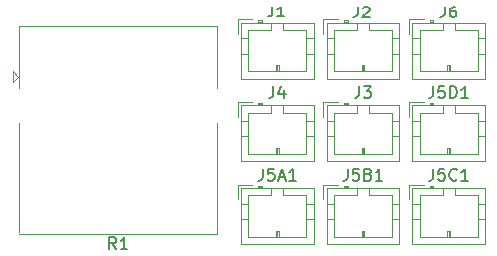
<source format=gbr>
%TF.GenerationSoftware,KiCad,Pcbnew,(6.0.6)*%
%TF.CreationDate,2022-06-26T22:04:57-07:00*%
%TF.ProjectId,KnightPCB,4b6e6967-6874-4504-9342-2e6b69636164,rev?*%
%TF.SameCoordinates,Original*%
%TF.FileFunction,Legend,Top*%
%TF.FilePolarity,Positive*%
%FSLAX46Y46*%
G04 Gerber Fmt 4.6, Leading zero omitted, Abs format (unit mm)*
G04 Created by KiCad (PCBNEW (6.0.6)) date 2022-06-26 22:04:57*
%MOMM*%
%LPD*%
G01*
G04 APERTURE LIST*
%ADD10C,0.150000*%
%ADD11C,0.120000*%
G04 APERTURE END LIST*
D10*
%TO.C,J4*%
X77066666Y-40702380D02*
X77066666Y-41416666D01*
X77019047Y-41559523D01*
X76923809Y-41654761D01*
X76780952Y-41702380D01*
X76685714Y-41702380D01*
X77971428Y-41035714D02*
X77971428Y-41702380D01*
X77733333Y-40654761D02*
X77495238Y-41369047D01*
X78114285Y-41369047D01*
%TO.C,J2*%
X84216666Y-34011904D02*
X84216666Y-34583333D01*
X84169047Y-34697619D01*
X84073809Y-34773809D01*
X83930952Y-34811904D01*
X83835714Y-34811904D01*
X84645238Y-34088095D02*
X84692857Y-34050000D01*
X84788095Y-34011904D01*
X85026190Y-34011904D01*
X85121428Y-34050000D01*
X85169047Y-34088095D01*
X85216666Y-34164285D01*
X85216666Y-34240476D01*
X85169047Y-34354761D01*
X84597619Y-34811904D01*
X85216666Y-34811904D01*
%TO.C,R1*%
X63758333Y-54492380D02*
X63425000Y-54016190D01*
X63186904Y-54492380D02*
X63186904Y-53492380D01*
X63567857Y-53492380D01*
X63663095Y-53540000D01*
X63710714Y-53587619D01*
X63758333Y-53682857D01*
X63758333Y-53825714D01*
X63710714Y-53920952D01*
X63663095Y-53968571D01*
X63567857Y-54016190D01*
X63186904Y-54016190D01*
X64710714Y-54492380D02*
X64139285Y-54492380D01*
X64425000Y-54492380D02*
X64425000Y-53492380D01*
X64329761Y-53635238D01*
X64234523Y-53730476D01*
X64139285Y-53778095D01*
%TO.C,J1*%
X76966666Y-33961904D02*
X76966666Y-34533333D01*
X76919047Y-34647619D01*
X76823809Y-34723809D01*
X76680952Y-34761904D01*
X76585714Y-34761904D01*
X77966666Y-34761904D02*
X77395238Y-34761904D01*
X77680952Y-34761904D02*
X77680952Y-33961904D01*
X77585714Y-34076190D01*
X77490476Y-34152380D01*
X77395238Y-34190476D01*
%TO.C,J6*%
X91566666Y-34011904D02*
X91566666Y-34583333D01*
X91519047Y-34697619D01*
X91423809Y-34773809D01*
X91280952Y-34811904D01*
X91185714Y-34811904D01*
X92471428Y-34011904D02*
X92280952Y-34011904D01*
X92185714Y-34050000D01*
X92138095Y-34088095D01*
X92042857Y-34202380D01*
X91995238Y-34354761D01*
X91995238Y-34659523D01*
X92042857Y-34735714D01*
X92090476Y-34773809D01*
X92185714Y-34811904D01*
X92376190Y-34811904D01*
X92471428Y-34773809D01*
X92519047Y-34735714D01*
X92566666Y-34659523D01*
X92566666Y-34469047D01*
X92519047Y-34392857D01*
X92471428Y-34354761D01*
X92376190Y-34316666D01*
X92185714Y-34316666D01*
X92090476Y-34354761D01*
X92042857Y-34392857D01*
X91995238Y-34469047D01*
%TO.C,J5D1*%
X90590476Y-40702380D02*
X90590476Y-41416666D01*
X90542857Y-41559523D01*
X90447619Y-41654761D01*
X90304761Y-41702380D01*
X90209523Y-41702380D01*
X91542857Y-40702380D02*
X91066666Y-40702380D01*
X91019047Y-41178571D01*
X91066666Y-41130952D01*
X91161904Y-41083333D01*
X91400000Y-41083333D01*
X91495238Y-41130952D01*
X91542857Y-41178571D01*
X91590476Y-41273809D01*
X91590476Y-41511904D01*
X91542857Y-41607142D01*
X91495238Y-41654761D01*
X91400000Y-41702380D01*
X91161904Y-41702380D01*
X91066666Y-41654761D01*
X91019047Y-41607142D01*
X92019047Y-41702380D02*
X92019047Y-40702380D01*
X92257142Y-40702380D01*
X92400000Y-40750000D01*
X92495238Y-40845238D01*
X92542857Y-40940476D01*
X92590476Y-41130952D01*
X92590476Y-41273809D01*
X92542857Y-41464285D01*
X92495238Y-41559523D01*
X92400000Y-41654761D01*
X92257142Y-41702380D01*
X92019047Y-41702380D01*
X93542857Y-41702380D02*
X92971428Y-41702380D01*
X93257142Y-41702380D02*
X93257142Y-40702380D01*
X93161904Y-40845238D01*
X93066666Y-40940476D01*
X92971428Y-40988095D01*
%TO.C,J5C1*%
X90590476Y-47702380D02*
X90590476Y-48416666D01*
X90542857Y-48559523D01*
X90447619Y-48654761D01*
X90304761Y-48702380D01*
X90209523Y-48702380D01*
X91542857Y-47702380D02*
X91066666Y-47702380D01*
X91019047Y-48178571D01*
X91066666Y-48130952D01*
X91161904Y-48083333D01*
X91400000Y-48083333D01*
X91495238Y-48130952D01*
X91542857Y-48178571D01*
X91590476Y-48273809D01*
X91590476Y-48511904D01*
X91542857Y-48607142D01*
X91495238Y-48654761D01*
X91400000Y-48702380D01*
X91161904Y-48702380D01*
X91066666Y-48654761D01*
X91019047Y-48607142D01*
X92590476Y-48607142D02*
X92542857Y-48654761D01*
X92400000Y-48702380D01*
X92304761Y-48702380D01*
X92161904Y-48654761D01*
X92066666Y-48559523D01*
X92019047Y-48464285D01*
X91971428Y-48273809D01*
X91971428Y-48130952D01*
X92019047Y-47940476D01*
X92066666Y-47845238D01*
X92161904Y-47750000D01*
X92304761Y-47702380D01*
X92400000Y-47702380D01*
X92542857Y-47750000D01*
X92590476Y-47797619D01*
X93542857Y-48702380D02*
X92971428Y-48702380D01*
X93257142Y-48702380D02*
X93257142Y-47702380D01*
X93161904Y-47845238D01*
X93066666Y-47940476D01*
X92971428Y-47988095D01*
%TO.C,J5B1*%
X83340476Y-47702380D02*
X83340476Y-48416666D01*
X83292857Y-48559523D01*
X83197619Y-48654761D01*
X83054761Y-48702380D01*
X82959523Y-48702380D01*
X84292857Y-47702380D02*
X83816666Y-47702380D01*
X83769047Y-48178571D01*
X83816666Y-48130952D01*
X83911904Y-48083333D01*
X84150000Y-48083333D01*
X84245238Y-48130952D01*
X84292857Y-48178571D01*
X84340476Y-48273809D01*
X84340476Y-48511904D01*
X84292857Y-48607142D01*
X84245238Y-48654761D01*
X84150000Y-48702380D01*
X83911904Y-48702380D01*
X83816666Y-48654761D01*
X83769047Y-48607142D01*
X85102380Y-48178571D02*
X85245238Y-48226190D01*
X85292857Y-48273809D01*
X85340476Y-48369047D01*
X85340476Y-48511904D01*
X85292857Y-48607142D01*
X85245238Y-48654761D01*
X85150000Y-48702380D01*
X84769047Y-48702380D01*
X84769047Y-47702380D01*
X85102380Y-47702380D01*
X85197619Y-47750000D01*
X85245238Y-47797619D01*
X85292857Y-47892857D01*
X85292857Y-47988095D01*
X85245238Y-48083333D01*
X85197619Y-48130952D01*
X85102380Y-48178571D01*
X84769047Y-48178571D01*
X86292857Y-48702380D02*
X85721428Y-48702380D01*
X86007142Y-48702380D02*
X86007142Y-47702380D01*
X85911904Y-47845238D01*
X85816666Y-47940476D01*
X85721428Y-47988095D01*
%TO.C,J5A1*%
X76161904Y-47702380D02*
X76161904Y-48416666D01*
X76114285Y-48559523D01*
X76019047Y-48654761D01*
X75876190Y-48702380D01*
X75780952Y-48702380D01*
X77114285Y-47702380D02*
X76638095Y-47702380D01*
X76590476Y-48178571D01*
X76638095Y-48130952D01*
X76733333Y-48083333D01*
X76971428Y-48083333D01*
X77066666Y-48130952D01*
X77114285Y-48178571D01*
X77161904Y-48273809D01*
X77161904Y-48511904D01*
X77114285Y-48607142D01*
X77066666Y-48654761D01*
X76971428Y-48702380D01*
X76733333Y-48702380D01*
X76638095Y-48654761D01*
X76590476Y-48607142D01*
X77542857Y-48416666D02*
X78019047Y-48416666D01*
X77447619Y-48702380D02*
X77780952Y-47702380D01*
X78114285Y-48702380D01*
X78971428Y-48702380D02*
X78400000Y-48702380D01*
X78685714Y-48702380D02*
X78685714Y-47702380D01*
X78590476Y-47845238D01*
X78495238Y-47940476D01*
X78400000Y-47988095D01*
%TO.C,J3*%
X84316666Y-40702380D02*
X84316666Y-41416666D01*
X84269047Y-41559523D01*
X84173809Y-41654761D01*
X84030952Y-41702380D01*
X83935714Y-41702380D01*
X84697619Y-40702380D02*
X85316666Y-40702380D01*
X84983333Y-41083333D01*
X85126190Y-41083333D01*
X85221428Y-41130952D01*
X85269047Y-41178571D01*
X85316666Y-41273809D01*
X85316666Y-41511904D01*
X85269047Y-41607142D01*
X85221428Y-41654761D01*
X85126190Y-41702380D01*
X84840476Y-41702380D01*
X84745238Y-41654761D01*
X84697619Y-41607142D01*
D11*
%TO.C,J4*%
X77300000Y-46450000D02*
X77300000Y-45950000D01*
X76100000Y-42140000D02*
X75800000Y-42140000D01*
X80460000Y-43650000D02*
X79850000Y-43650000D01*
X74340000Y-47060000D02*
X80460000Y-47060000D01*
X75290000Y-42040000D02*
X74040000Y-42040000D01*
X74040000Y-42040000D02*
X74040000Y-43290000D01*
X77900000Y-42950000D02*
X77900000Y-42340000D01*
X76100000Y-42240000D02*
X75800000Y-42240000D01*
X80460000Y-47060000D02*
X80460000Y-42340000D01*
X77300000Y-45950000D02*
X77500000Y-45950000D01*
X77400000Y-46450000D02*
X77400000Y-45950000D01*
X74340000Y-43650000D02*
X74950000Y-43650000D01*
X79850000Y-42950000D02*
X77900000Y-42950000D01*
X80460000Y-44950000D02*
X79850000Y-44950000D01*
X76900000Y-42950000D02*
X74950000Y-42950000D01*
X80460000Y-42340000D02*
X74340000Y-42340000D01*
X74340000Y-42340000D02*
X74340000Y-47060000D01*
X76100000Y-42340000D02*
X76100000Y-42140000D01*
X74950000Y-42950000D02*
X74950000Y-46450000D01*
X76900000Y-42340000D02*
X76900000Y-42950000D01*
X77500000Y-45950000D02*
X77500000Y-46450000D01*
X74340000Y-44950000D02*
X74950000Y-44950000D01*
X79850000Y-46450000D02*
X79850000Y-42950000D01*
X74950000Y-46450000D02*
X79850000Y-46450000D01*
X75800000Y-42140000D02*
X75800000Y-42340000D01*
%TO.C,J2*%
X83050000Y-35140000D02*
X83050000Y-35340000D01*
X82200000Y-39450000D02*
X87100000Y-39450000D01*
X87100000Y-39450000D02*
X87100000Y-35950000D01*
X81590000Y-37950000D02*
X82200000Y-37950000D01*
X84750000Y-38950000D02*
X84750000Y-39450000D01*
X84150000Y-35340000D02*
X84150000Y-35950000D01*
X82200000Y-35950000D02*
X82200000Y-39450000D01*
X83350000Y-35340000D02*
X83350000Y-35140000D01*
X81590000Y-35340000D02*
X81590000Y-40060000D01*
X87710000Y-35340000D02*
X81590000Y-35340000D01*
X84150000Y-35950000D02*
X82200000Y-35950000D01*
X87710000Y-37950000D02*
X87100000Y-37950000D01*
X87100000Y-35950000D02*
X85150000Y-35950000D01*
X81590000Y-36650000D02*
X82200000Y-36650000D01*
X84650000Y-39450000D02*
X84650000Y-38950000D01*
X84550000Y-38950000D02*
X84750000Y-38950000D01*
X87710000Y-40060000D02*
X87710000Y-35340000D01*
X83350000Y-35240000D02*
X83050000Y-35240000D01*
X85150000Y-35950000D02*
X85150000Y-35340000D01*
X81290000Y-35040000D02*
X81290000Y-36290000D01*
X82540000Y-35040000D02*
X81290000Y-35040000D01*
X81590000Y-40060000D02*
X87710000Y-40060000D01*
X87710000Y-36650000D02*
X87100000Y-36650000D01*
X83350000Y-35140000D02*
X83050000Y-35140000D01*
X84550000Y-39450000D02*
X84550000Y-38950000D01*
%TO.C,R1*%
X55530000Y-53190000D02*
X72330000Y-53190000D01*
X55480000Y-39890000D02*
X54980000Y-39390000D01*
X55530000Y-35590000D02*
X72330000Y-35590000D01*
X54980000Y-39390000D02*
X54980000Y-40390000D01*
X72330000Y-35590000D02*
X72330000Y-40890000D01*
X55530000Y-53090000D02*
X55530000Y-43790000D01*
X54980000Y-40390000D02*
X55480000Y-39890000D01*
X72330000Y-53190000D02*
X72330000Y-43790000D01*
X55530000Y-35590000D02*
X55530000Y-40890000D01*
%TO.C,J1*%
X77300000Y-39450000D02*
X77300000Y-38950000D01*
X76100000Y-35140000D02*
X75800000Y-35140000D01*
X80460000Y-36650000D02*
X79850000Y-36650000D01*
X74340000Y-40060000D02*
X80460000Y-40060000D01*
X75290000Y-35040000D02*
X74040000Y-35040000D01*
X74040000Y-35040000D02*
X74040000Y-36290000D01*
X77900000Y-35950000D02*
X77900000Y-35340000D01*
X76100000Y-35240000D02*
X75800000Y-35240000D01*
X80460000Y-40060000D02*
X80460000Y-35340000D01*
X77300000Y-38950000D02*
X77500000Y-38950000D01*
X77400000Y-39450000D02*
X77400000Y-38950000D01*
X74340000Y-36650000D02*
X74950000Y-36650000D01*
X79850000Y-35950000D02*
X77900000Y-35950000D01*
X80460000Y-37950000D02*
X79850000Y-37950000D01*
X76900000Y-35950000D02*
X74950000Y-35950000D01*
X80460000Y-35340000D02*
X74340000Y-35340000D01*
X74340000Y-35340000D02*
X74340000Y-40060000D01*
X76100000Y-35340000D02*
X76100000Y-35140000D01*
X74950000Y-35950000D02*
X74950000Y-39450000D01*
X76900000Y-35340000D02*
X76900000Y-35950000D01*
X77500000Y-38950000D02*
X77500000Y-39450000D01*
X74340000Y-37950000D02*
X74950000Y-37950000D01*
X79850000Y-39450000D02*
X79850000Y-35950000D01*
X74950000Y-39450000D02*
X79850000Y-39450000D01*
X75800000Y-35140000D02*
X75800000Y-35340000D01*
%TO.C,J6*%
X90300000Y-35140000D02*
X90300000Y-35340000D01*
X89450000Y-39450000D02*
X94350000Y-39450000D01*
X94350000Y-39450000D02*
X94350000Y-35950000D01*
X88840000Y-37950000D02*
X89450000Y-37950000D01*
X92000000Y-38950000D02*
X92000000Y-39450000D01*
X91400000Y-35340000D02*
X91400000Y-35950000D01*
X89450000Y-35950000D02*
X89450000Y-39450000D01*
X90600000Y-35340000D02*
X90600000Y-35140000D01*
X88840000Y-35340000D02*
X88840000Y-40060000D01*
X94960000Y-35340000D02*
X88840000Y-35340000D01*
X91400000Y-35950000D02*
X89450000Y-35950000D01*
X94960000Y-37950000D02*
X94350000Y-37950000D01*
X94350000Y-35950000D02*
X92400000Y-35950000D01*
X88840000Y-36650000D02*
X89450000Y-36650000D01*
X91900000Y-39450000D02*
X91900000Y-38950000D01*
X91800000Y-38950000D02*
X92000000Y-38950000D01*
X94960000Y-40060000D02*
X94960000Y-35340000D01*
X90600000Y-35240000D02*
X90300000Y-35240000D01*
X92400000Y-35950000D02*
X92400000Y-35340000D01*
X88540000Y-35040000D02*
X88540000Y-36290000D01*
X89790000Y-35040000D02*
X88540000Y-35040000D01*
X88840000Y-40060000D02*
X94960000Y-40060000D01*
X94960000Y-36650000D02*
X94350000Y-36650000D01*
X90600000Y-35140000D02*
X90300000Y-35140000D01*
X91800000Y-39450000D02*
X91800000Y-38950000D01*
%TO.C,J5D1*%
X90300000Y-42140000D02*
X90300000Y-42340000D01*
X89450000Y-46450000D02*
X94350000Y-46450000D01*
X94350000Y-46450000D02*
X94350000Y-42950000D01*
X88840000Y-44950000D02*
X89450000Y-44950000D01*
X92000000Y-45950000D02*
X92000000Y-46450000D01*
X91400000Y-42340000D02*
X91400000Y-42950000D01*
X89450000Y-42950000D02*
X89450000Y-46450000D01*
X90600000Y-42340000D02*
X90600000Y-42140000D01*
X88840000Y-42340000D02*
X88840000Y-47060000D01*
X94960000Y-42340000D02*
X88840000Y-42340000D01*
X91400000Y-42950000D02*
X89450000Y-42950000D01*
X94960000Y-44950000D02*
X94350000Y-44950000D01*
X94350000Y-42950000D02*
X92400000Y-42950000D01*
X88840000Y-43650000D02*
X89450000Y-43650000D01*
X91900000Y-46450000D02*
X91900000Y-45950000D01*
X91800000Y-45950000D02*
X92000000Y-45950000D01*
X94960000Y-47060000D02*
X94960000Y-42340000D01*
X90600000Y-42240000D02*
X90300000Y-42240000D01*
X92400000Y-42950000D02*
X92400000Y-42340000D01*
X88540000Y-42040000D02*
X88540000Y-43290000D01*
X89790000Y-42040000D02*
X88540000Y-42040000D01*
X88840000Y-47060000D02*
X94960000Y-47060000D01*
X94960000Y-43650000D02*
X94350000Y-43650000D01*
X90600000Y-42140000D02*
X90300000Y-42140000D01*
X91800000Y-46450000D02*
X91800000Y-45950000D01*
%TO.C,J5C1*%
X90300000Y-49140000D02*
X90300000Y-49340000D01*
X89450000Y-53450000D02*
X94350000Y-53450000D01*
X94350000Y-53450000D02*
X94350000Y-49950000D01*
X88840000Y-51950000D02*
X89450000Y-51950000D01*
X92000000Y-52950000D02*
X92000000Y-53450000D01*
X91400000Y-49340000D02*
X91400000Y-49950000D01*
X89450000Y-49950000D02*
X89450000Y-53450000D01*
X90600000Y-49340000D02*
X90600000Y-49140000D01*
X88840000Y-49340000D02*
X88840000Y-54060000D01*
X94960000Y-49340000D02*
X88840000Y-49340000D01*
X91400000Y-49950000D02*
X89450000Y-49950000D01*
X94960000Y-51950000D02*
X94350000Y-51950000D01*
X94350000Y-49950000D02*
X92400000Y-49950000D01*
X88840000Y-50650000D02*
X89450000Y-50650000D01*
X91900000Y-53450000D02*
X91900000Y-52950000D01*
X91800000Y-52950000D02*
X92000000Y-52950000D01*
X94960000Y-54060000D02*
X94960000Y-49340000D01*
X90600000Y-49240000D02*
X90300000Y-49240000D01*
X92400000Y-49950000D02*
X92400000Y-49340000D01*
X88540000Y-49040000D02*
X88540000Y-50290000D01*
X89790000Y-49040000D02*
X88540000Y-49040000D01*
X88840000Y-54060000D02*
X94960000Y-54060000D01*
X94960000Y-50650000D02*
X94350000Y-50650000D01*
X90600000Y-49140000D02*
X90300000Y-49140000D01*
X91800000Y-53450000D02*
X91800000Y-52950000D01*
%TO.C,J5B1*%
X83050000Y-49140000D02*
X83050000Y-49340000D01*
X82200000Y-53450000D02*
X87100000Y-53450000D01*
X87100000Y-53450000D02*
X87100000Y-49950000D01*
X81590000Y-51950000D02*
X82200000Y-51950000D01*
X84750000Y-52950000D02*
X84750000Y-53450000D01*
X84150000Y-49340000D02*
X84150000Y-49950000D01*
X82200000Y-49950000D02*
X82200000Y-53450000D01*
X83350000Y-49340000D02*
X83350000Y-49140000D01*
X81590000Y-49340000D02*
X81590000Y-54060000D01*
X87710000Y-49340000D02*
X81590000Y-49340000D01*
X84150000Y-49950000D02*
X82200000Y-49950000D01*
X87710000Y-51950000D02*
X87100000Y-51950000D01*
X87100000Y-49950000D02*
X85150000Y-49950000D01*
X81590000Y-50650000D02*
X82200000Y-50650000D01*
X84650000Y-53450000D02*
X84650000Y-52950000D01*
X84550000Y-52950000D02*
X84750000Y-52950000D01*
X87710000Y-54060000D02*
X87710000Y-49340000D01*
X83350000Y-49240000D02*
X83050000Y-49240000D01*
X85150000Y-49950000D02*
X85150000Y-49340000D01*
X81290000Y-49040000D02*
X81290000Y-50290000D01*
X82540000Y-49040000D02*
X81290000Y-49040000D01*
X81590000Y-54060000D02*
X87710000Y-54060000D01*
X87710000Y-50650000D02*
X87100000Y-50650000D01*
X83350000Y-49140000D02*
X83050000Y-49140000D01*
X84550000Y-53450000D02*
X84550000Y-52950000D01*
%TO.C,J5A1*%
X77300000Y-53450000D02*
X77300000Y-52950000D01*
X76100000Y-49140000D02*
X75800000Y-49140000D01*
X80460000Y-50650000D02*
X79850000Y-50650000D01*
X74340000Y-54060000D02*
X80460000Y-54060000D01*
X75290000Y-49040000D02*
X74040000Y-49040000D01*
X74040000Y-49040000D02*
X74040000Y-50290000D01*
X77900000Y-49950000D02*
X77900000Y-49340000D01*
X76100000Y-49240000D02*
X75800000Y-49240000D01*
X80460000Y-54060000D02*
X80460000Y-49340000D01*
X77300000Y-52950000D02*
X77500000Y-52950000D01*
X77400000Y-53450000D02*
X77400000Y-52950000D01*
X74340000Y-50650000D02*
X74950000Y-50650000D01*
X79850000Y-49950000D02*
X77900000Y-49950000D01*
X80460000Y-51950000D02*
X79850000Y-51950000D01*
X76900000Y-49950000D02*
X74950000Y-49950000D01*
X80460000Y-49340000D02*
X74340000Y-49340000D01*
X74340000Y-49340000D02*
X74340000Y-54060000D01*
X76100000Y-49340000D02*
X76100000Y-49140000D01*
X74950000Y-49950000D02*
X74950000Y-53450000D01*
X76900000Y-49340000D02*
X76900000Y-49950000D01*
X77500000Y-52950000D02*
X77500000Y-53450000D01*
X74340000Y-51950000D02*
X74950000Y-51950000D01*
X79850000Y-53450000D02*
X79850000Y-49950000D01*
X74950000Y-53450000D02*
X79850000Y-53450000D01*
X75800000Y-49140000D02*
X75800000Y-49340000D01*
%TO.C,J3*%
X83050000Y-42140000D02*
X83050000Y-42340000D01*
X82200000Y-46450000D02*
X87100000Y-46450000D01*
X87100000Y-46450000D02*
X87100000Y-42950000D01*
X81590000Y-44950000D02*
X82200000Y-44950000D01*
X84750000Y-45950000D02*
X84750000Y-46450000D01*
X84150000Y-42340000D02*
X84150000Y-42950000D01*
X82200000Y-42950000D02*
X82200000Y-46450000D01*
X83350000Y-42340000D02*
X83350000Y-42140000D01*
X81590000Y-42340000D02*
X81590000Y-47060000D01*
X87710000Y-42340000D02*
X81590000Y-42340000D01*
X84150000Y-42950000D02*
X82200000Y-42950000D01*
X87710000Y-44950000D02*
X87100000Y-44950000D01*
X87100000Y-42950000D02*
X85150000Y-42950000D01*
X81590000Y-43650000D02*
X82200000Y-43650000D01*
X84650000Y-46450000D02*
X84650000Y-45950000D01*
X84550000Y-45950000D02*
X84750000Y-45950000D01*
X87710000Y-47060000D02*
X87710000Y-42340000D01*
X83350000Y-42240000D02*
X83050000Y-42240000D01*
X85150000Y-42950000D02*
X85150000Y-42340000D01*
X81290000Y-42040000D02*
X81290000Y-43290000D01*
X82540000Y-42040000D02*
X81290000Y-42040000D01*
X81590000Y-47060000D02*
X87710000Y-47060000D01*
X87710000Y-43650000D02*
X87100000Y-43650000D01*
X83350000Y-42140000D02*
X83050000Y-42140000D01*
X84550000Y-46450000D02*
X84550000Y-45950000D01*
%TD*%
M02*

</source>
